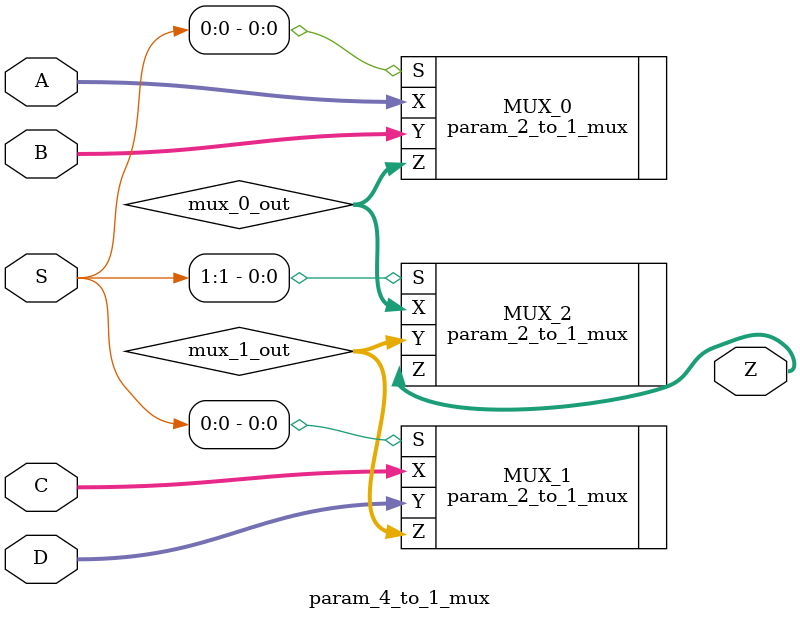
<source format=v>
`timescale 1ns / 1ps
`default_nettype none //helps catch typo-related bugs
module param_4_to_1_mux(A,B,C,D,S,Z);

	//parameter definitions
	parameter width = 8; //default is 8 bit width
	
	//port definitions - customize for different bit widths
	input wire [(width-1) : 0 ] A,B,C,D;	// creates bus of appropriate width for inputs
	input wire [1:0] S; 					// select input
	output wire [(width-1) : 0 ] Z;	// creates bus of appropriate width for output
	
	
	//intermediate wire definitions
	wire [(width-1) : 0 ] mux_0_out;
	wire [(width-1) : 0 ] mux_1_out;
	wire mux_2_out; 
	
	param_2_to_1_mux #(.N(width)) MUX_0 (.X(A) , .Y(B) , .S(S[0]) , .Z(mux_0_out));
	param_2_to_1_mux #(.N(width)) MUX_1 (.X(C) , .Y(D) , .S(S[0]) , .Z(mux_1_out));
	param_2_to_1_mux #(.N(width)) MUX_2 (.X(mux_0_out) , .Y(mux_1_out) , .S(S[1]) , .Z(Z));
	
	//assign Z = mux_0_out;
	

endmodule
`default_nettype wire //some Xilinx IP requires that the default_nettype be set to wire

</source>
